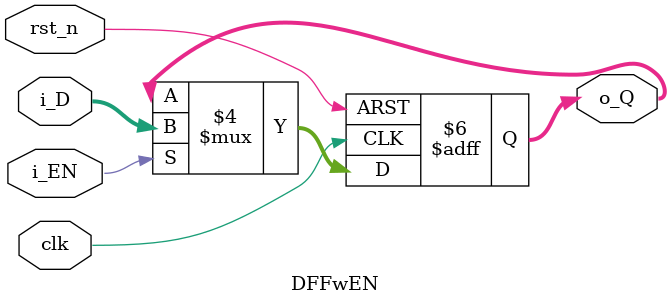
<source format=v>
module DFFwEN #(parameter BIT_WIDTH=8)(
	input						clk, rst_n,
	input	[BIT_WIDTH-1:0]		i_D,
	input						i_EN,
	output	reg [BIT_WIDTH-1:0]		 o_Q
	);

always @(negedge clk or negedge rst_n) begin
	if (!rst_n) begin
		o_Q <= {BIT_WIDTH{1'b0}};
	end
	else begin
		if (i_EN)begin
			o_Q <= i_D;
		end
		else begin
			o_Q <= o_Q;
		end
	end
end
endmodule

</source>
